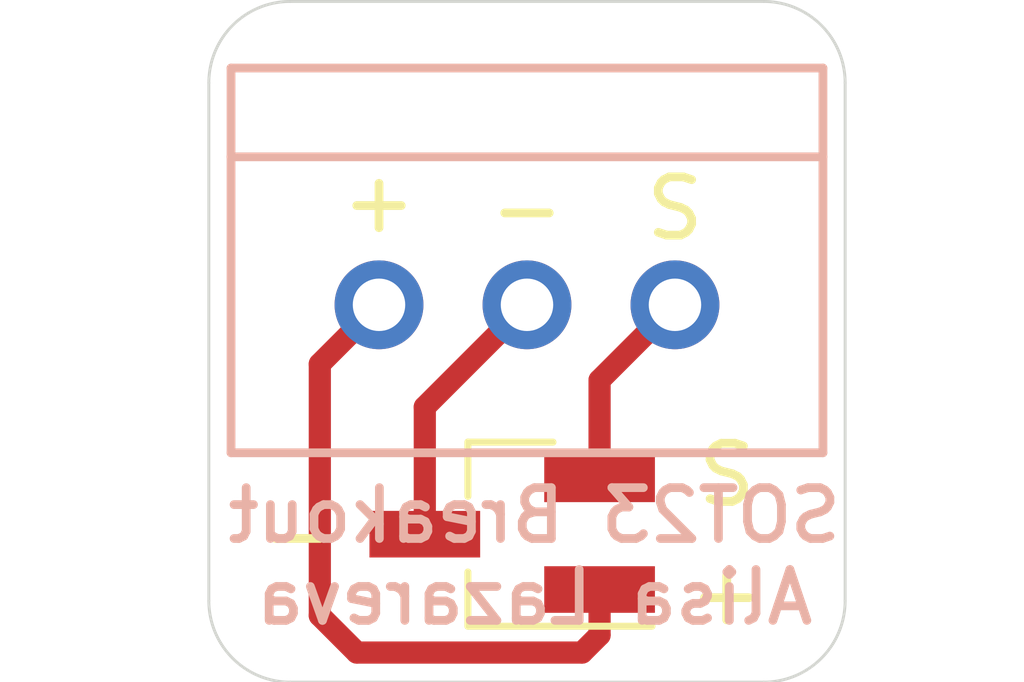
<source format=kicad_pcb>
(kicad_pcb (version 20171130) (host pcbnew "(5.1.4)-1")

  (general
    (thickness 1.6)
    (drawings 15)
    (tracks 10)
    (zones 0)
    (modules 2)
    (nets 1)
  )

  (page A4)
  (layers
    (0 F.Cu signal)
    (31 B.Cu signal)
    (32 B.Adhes user)
    (33 F.Adhes user)
    (34 B.Paste user)
    (35 F.Paste user)
    (36 B.SilkS user)
    (37 F.SilkS user)
    (38 B.Mask user)
    (39 F.Mask user)
    (40 Dwgs.User user)
    (41 Cmts.User user)
    (42 Eco1.User user)
    (43 Eco2.User user)
    (44 Edge.Cuts user)
    (45 Margin user)
    (46 B.CrtYd user)
    (47 F.CrtYd user)
    (48 B.Fab user)
    (49 F.Fab user)
  )

  (setup
    (last_trace_width 0.381)
    (user_trace_width 0.381)
    (trace_clearance 0.2)
    (zone_clearance 0.508)
    (zone_45_only no)
    (trace_min 0.2)
    (via_size 0.8)
    (via_drill 0.4)
    (via_min_size 0.4)
    (via_min_drill 0.3)
    (uvia_size 0.3)
    (uvia_drill 0.1)
    (uvias_allowed no)
    (uvia_min_size 0.2)
    (uvia_min_drill 0.1)
    (edge_width 0.05)
    (segment_width 0.2)
    (pcb_text_width 0.3)
    (pcb_text_size 1.5 1.5)
    (mod_edge_width 0.12)
    (mod_text_size 1 1)
    (mod_text_width 0.15)
    (pad_size 1.524 1.524)
    (pad_drill 0.762)
    (pad_to_mask_clearance 0.051)
    (solder_mask_min_width 0.25)
    (aux_axis_origin 0 0)
    (visible_elements FFFFFF7F)
    (pcbplotparams
      (layerselection 0x010fc_ffffffff)
      (usegerberextensions false)
      (usegerberattributes false)
      (usegerberadvancedattributes false)
      (creategerberjobfile false)
      (excludeedgelayer true)
      (linewidth 0.100000)
      (plotframeref false)
      (viasonmask false)
      (mode 1)
      (useauxorigin false)
      (hpglpennumber 1)
      (hpglpenspeed 20)
      (hpglpendiameter 15.000000)
      (psnegative false)
      (psa4output false)
      (plotreference true)
      (plotvalue true)
      (plotinvisibletext false)
      (padsonsilk false)
      (subtractmaskfromsilk false)
      (outputformat 1)
      (mirror false)
      (drillshape 1)
      (scaleselection 1)
      (outputdirectory ""))
  )

  (net 0 "")

  (net_class Default "This is the default net class."
    (clearance 0.2)
    (trace_width 0.25)
    (via_dia 0.8)
    (via_drill 0.4)
    (uvia_dia 0.3)
    (uvia_drill 0.1)
  )

  (module MRDT_Connectors:MOLEX_SL_03_Vertical (layer B.Cu) (tedit 5DD89560) (tstamp 5E5DFCF7)
    (at 112.776 99.441 180)
    (fp_text reference REF** (at -0.635 -3.429) (layer B.SilkS) hide
      (effects (font (size 1 1) (thickness 0.15)) (justify mirror))
    )
    (fp_text value MOLEX_SL_3_Vertical (at 2.54 -3.429) (layer B.Fab)
      (effects (font (size 1 1) (thickness 0.15)) (justify mirror))
    )
    (fp_line (start 7.62 -2.54) (end 7.62 2.54) (layer B.SilkS) (width 0.15))
    (fp_line (start -2.54 -2.54) (end -2.54 2.54) (layer B.SilkS) (width 0.15))
    (fp_line (start 7.62 2.54) (end -2.54 2.54) (layer B.SilkS) (width 0.15))
    (fp_line (start -2.54 -2.54) (end 7.62 -2.54) (layer B.SilkS) (width 0.15))
    (fp_line (start -2.54 4.064) (end -2.54 2.54) (layer B.SilkS) (width 0.15))
    (fp_line (start 7.62 2.54) (end 7.62 4.064) (layer B.SilkS) (width 0.15))
    (fp_line (start 7.62 4.064) (end -2.54 4.064) (layer B.SilkS) (width 0.15))
    (pad 3 thru_hole circle (at 5.08 0 180) (size 1.524 1.524) (drill 0.9) (layers *.Cu *.Mask))
    (pad 2 thru_hole circle (at 2.54 0 180) (size 1.524 1.524) (drill 0.9) (layers *.Cu *.Mask))
    (pad 1 thru_hole circle (at 0 0 180) (size 1.524 1.524) (drill 0.9) (layers *.Cu *.Mask))
    (model "${MRDT_KICAD_LIBRARIES}/3D Files/MRDT_Connctors/Molex_SL_03_Vertical.stp"
      (offset (xyz -2.539999961853027 -2.539999961853027 13.33499979972839))
      (scale (xyz 1 1 1))
      (rotate (xyz 90 0 0))
    )
  )

  (module Package_TO_SOT_SMD:SOT-23_Handsoldering (layer F.Cu) (tedit 5A0AB76C) (tstamp 5E5DF8BC)
    (at 109.982 103.378 180)
    (descr "SOT-23, Handsoldering")
    (tags SOT-23)
    (attr smd)
    (fp_text reference REF** (at 0 -2.5) (layer F.SilkS) hide
      (effects (font (size 1 1) (thickness 0.15)))
    )
    (fp_text value SOT-23_Handsoldering (at 0 2.5) (layer F.Fab)
      (effects (font (size 1 1) (thickness 0.15)))
    )
    (fp_line (start 0.76 1.58) (end -0.7 1.58) (layer F.SilkS) (width 0.12))
    (fp_line (start -0.7 1.52) (end 0.7 1.52) (layer F.Fab) (width 0.1))
    (fp_line (start 0.7 -1.52) (end 0.7 1.52) (layer F.Fab) (width 0.1))
    (fp_line (start -0.7 -0.95) (end -0.15 -1.52) (layer F.Fab) (width 0.1))
    (fp_line (start -0.15 -1.52) (end 0.7 -1.52) (layer F.Fab) (width 0.1))
    (fp_line (start -0.7 -0.95) (end -0.7 1.5) (layer F.Fab) (width 0.1))
    (fp_line (start 0.76 -1.58) (end -2.4 -1.58) (layer F.SilkS) (width 0.12))
    (fp_line (start -2.7 1.75) (end -2.7 -1.75) (layer F.CrtYd) (width 0.05))
    (fp_line (start 2.7 1.75) (end -2.7 1.75) (layer F.CrtYd) (width 0.05))
    (fp_line (start 2.7 -1.75) (end 2.7 1.75) (layer F.CrtYd) (width 0.05))
    (fp_line (start -2.7 -1.75) (end 2.7 -1.75) (layer F.CrtYd) (width 0.05))
    (fp_line (start 0.76 -1.58) (end 0.76 -0.65) (layer F.SilkS) (width 0.12))
    (fp_line (start 0.76 1.58) (end 0.76 0.65) (layer F.SilkS) (width 0.12))
    (fp_text user %R (at 0 0 90) (layer F.Fab)
      (effects (font (size 0.5 0.5) (thickness 0.075)))
    )
    (pad 3 smd rect (at 1.5 0 180) (size 1.9 0.8) (layers F.Cu F.Paste F.Mask))
    (pad 2 smd rect (at -1.5 0.95 180) (size 1.9 0.8) (layers F.Cu F.Paste F.Mask))
    (pad 1 smd rect (at -1.5 -0.95 180) (size 1.9 0.8) (layers F.Cu F.Paste F.Mask))
    (model ${KISYS3DMOD}/Package_TO_SOT_SMD.3dshapes/SOT-23.wrl
      (at (xyz 0 0 0))
      (scale (xyz 1 1 1))
      (rotate (xyz 0 0 0))
    )
  )

  (gr_arc (start 114.3 95.631) (end 115.697 95.631) (angle -90) (layer Edge.Cuts) (width 0.05))
  (gr_arc (start 114.3 104.521) (end 114.3 105.918) (angle -90) (layer Edge.Cuts) (width 0.05))
  (gr_arc (start 106.172 104.521) (end 104.775 104.521) (angle -90) (layer Edge.Cuts) (width 0.05))
  (gr_arc (start 106.172 95.631) (end 106.172 94.234) (angle -90) (layer Edge.Cuts) (width 0.05))
  (gr_line (start 114.3 94.234) (end 106.172 94.234) (layer Edge.Cuts) (width 0.05) (tstamp 5E5DFE21))
  (gr_line (start 104.775 104.521) (end 104.775 95.631) (layer Edge.Cuts) (width 0.05) (tstamp 5E5DFE20))
  (gr_line (start 114.3 105.918) (end 106.172 105.918) (layer Edge.Cuts) (width 0.05) (tstamp 5E5DFE1D))
  (gr_line (start 115.697 95.631) (end 115.697 104.521) (layer Edge.Cuts) (width 0.05) (tstamp 5E5DFE1C))
  (gr_text "SOT23 Breakout\nAlisa Lazareva" (at 110.363 103.759) (layer B.SilkS)
    (effects (font (size 0.873 0.873) (thickness 0.15)) (justify mirror))
  )
  (gr_text - (at 110.236 97.79) (layer F.SilkS)
    (effects (font (size 1 1) (thickness 0.15)))
  )
  (gr_text + (at 107.696 97.663) (layer F.SilkS)
    (effects (font (size 1 1) (thickness 0.15)))
  )
  (gr_text S (at 112.776 97.79) (layer F.SilkS)
    (effects (font (size 1 1) (thickness 0.15)))
  )
  (gr_text - (at 106.299 103.378) (layer F.SilkS)
    (effects (font (size 1 1) (thickness 0.15)))
  )
  (gr_text S (at 113.665 102.362) (layer F.SilkS)
    (effects (font (size 1 1) (thickness 0.15)))
  )
  (gr_text + (at 113.665 104.394) (layer F.SilkS)
    (effects (font (size 1 1) (thickness 0.15)))
  )

  (segment (start 108.482 101.195) (end 110.236 99.441) (width 0.381) (layer F.Cu) (net 0))
  (segment (start 108.482 103.378) (end 108.482 101.195) (width 0.381) (layer F.Cu) (net 0))
  (segment (start 111.482 100.735) (end 112.776 99.441) (width 0.381) (layer F.Cu) (net 0))
  (segment (start 111.482 102.428) (end 111.482 100.735) (width 0.381) (layer F.Cu) (net 0))
  (segment (start 111.482 105.109) (end 111.181 105.41) (width 0.381) (layer F.Cu) (net 0))
  (segment (start 111.482 104.328) (end 111.482 105.109) (width 0.381) (layer F.Cu) (net 0))
  (segment (start 111.181 105.41) (end 107.315 105.41) (width 0.381) (layer F.Cu) (net 0))
  (segment (start 107.315 105.41) (end 106.68 104.775) (width 0.381) (layer F.Cu) (net 0))
  (segment (start 106.68 100.457) (end 107.696 99.441) (width 0.381) (layer F.Cu) (net 0))
  (segment (start 106.68 104.775) (end 106.68 100.457) (width 0.381) (layer F.Cu) (net 0))

)

</source>
